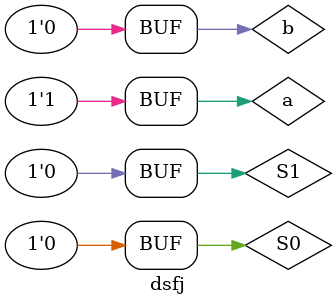
<source format=v>
`timescale 1ns / 1ps


module dsfj;

	// Inputs
	reg S0;
	reg S1;
	reg a;
	reg b;

	// Outputs
	wire out;

	// Instantiate the Unit Under Test (UUT)
	lab13 uut (
		.out(out), 
		.S0(S0), 
		.S1(S1), 
		.a(a), 
		.b(b)
	);

	initial begin
		// Initialize Inputs
		S0 = 0;
		S1 = 0;
		a = 1;
		b = 0;

		// Wait 100 ns for global reset to finish
		#100;
        
		// Add stimulus here

	end
      
endmodule


</source>
